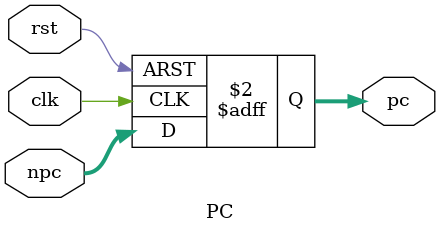
<source format=v>
`timescale 1ns / 1ps


module PC(
    input                   clk     ,//CPU时钟
    input                   rst     ,//复位信号，高电平有效
    input           [31:0]  npc     ,//NPC模块的npc值
    
    output  reg     [31:0]  pc		 //PC模块的输出值pc
    );
    always @(posedge clk, posedge rst)
    begin
        //if(rst)     pc <= 32'h0ffff_fffc;   //方便复位之后的第一个pc+4将为全0
        if(rst)     pc <= 32'h0000_0000;
        else        pc <= npc;			    //不复位时将npc作为pc的新值
    end
endmodule


</source>
